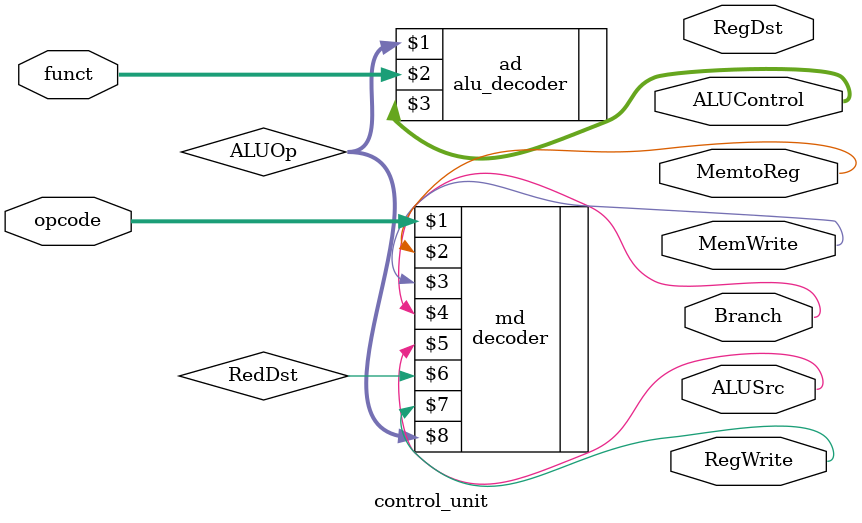
<source format=v>
module control_unit(
	input [5:0] opcode, funct,
	output MemtoReg, MemWrite, Branch, ALUSrc, RegDst, RegWrite,
 	output [2:0] ALUControl
);

	wire [1:0] ALUOp;

	decoder md(opcode, MemtoReg, MemWrite, Branch, ALUSrc, RedDst, RegWrite, ALUOp);
	alu_decoder ad(ALUOp, funct, ALUControl);

endmodule

</source>
